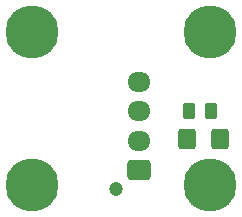
<source format=gbs>
G04 #@! TF.GenerationSoftware,KiCad,Pcbnew,7.0.8*
G04 #@! TF.CreationDate,2023-12-02T16:20:36-07:00*
G04 #@! TF.ProjectId,wheelspeed,77686565-6c73-4706-9565-642e6b696361,v1*
G04 #@! TF.SameCoordinates,Original*
G04 #@! TF.FileFunction,Soldermask,Bot*
G04 #@! TF.FilePolarity,Negative*
%FSLAX46Y46*%
G04 Gerber Fmt 4.6, Leading zero omitted, Abs format (unit mm)*
G04 Created by KiCad (PCBNEW 7.0.8) date 2023-12-02 16:20:36*
%MOMM*%
%LPD*%
G01*
G04 APERTURE LIST*
G04 Aperture macros list*
%AMRoundRect*
0 Rectangle with rounded corners*
0 $1 Rounding radius*
0 $2 $3 $4 $5 $6 $7 $8 $9 X,Y pos of 4 corners*
0 Add a 4 corners polygon primitive as box body*
4,1,4,$2,$3,$4,$5,$6,$7,$8,$9,$2,$3,0*
0 Add four circle primitives for the rounded corners*
1,1,$1+$1,$2,$3*
1,1,$1+$1,$4,$5*
1,1,$1+$1,$6,$7*
1,1,$1+$1,$8,$9*
0 Add four rect primitives between the rounded corners*
20,1,$1+$1,$2,$3,$4,$5,0*
20,1,$1+$1,$4,$5,$6,$7,0*
20,1,$1+$1,$6,$7,$8,$9,0*
20,1,$1+$1,$8,$9,$2,$3,0*%
G04 Aperture macros list end*
%ADD10C,4.500000*%
%ADD11RoundRect,0.300000X0.450000X0.575000X-0.450000X0.575000X-0.450000X-0.575000X0.450000X-0.575000X0*%
%ADD12C,1.200000*%
%ADD13RoundRect,0.250000X0.725000X-0.600000X0.725000X0.600000X-0.725000X0.600000X-0.725000X-0.600000X0*%
%ADD14O,1.950000X1.700000*%
%ADD15RoundRect,0.250000X0.262500X0.450000X-0.262500X0.450000X-0.262500X-0.450000X0.262500X-0.450000X0*%
G04 APERTURE END LIST*
D10*
X147500000Y-90412500D03*
X132500000Y-103412500D03*
X132500000Y-90412500D03*
X147500000Y-103412500D03*
D11*
X148400000Y-99500000D03*
X145600000Y-99500000D03*
D12*
X139543750Y-103762500D03*
D13*
X141543750Y-102162500D03*
D14*
X141543750Y-99662500D03*
X141543750Y-97162500D03*
X141543750Y-94662500D03*
D15*
X147612500Y-97100000D03*
X145787500Y-97100000D03*
M02*

</source>
